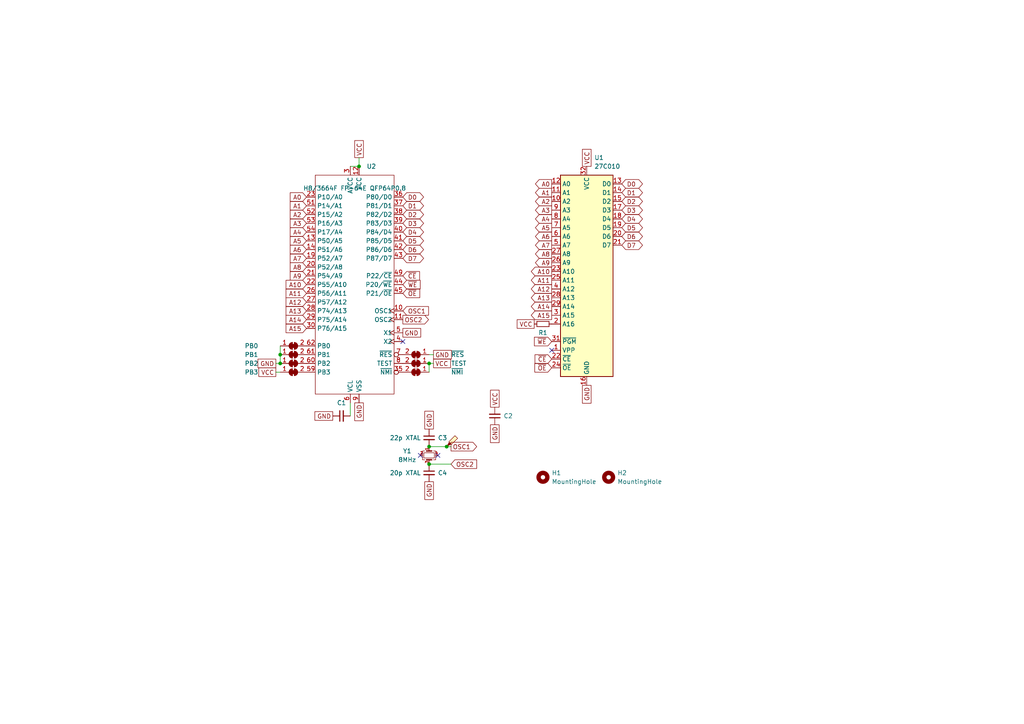
<source format=kicad_sch>
(kicad_sch (version 20230121) (generator eeschema)
  (paper "A4")
  (lib_symbols
    (symbol "Connector:TestPoint_Probe" (pin_numbers hide) (pin_names (offset 0.762) hide)
      (property "Reference" "TP" (at 1.651 5.842 0))
      (property "Value" "TestPoint_Probe" (at 1.651 4.064 0))
      (symbol "TestPoint_Probe_0_1"
        (polyline (pts (xy 1.27 0.762) (xy 0 0) (xy 0.762 1.27) (xy 1.27 0.762)) (fill (type outline)))
        (polyline (pts (xy 1.397 0.635) (xy 0.635 1.397) (xy 2.413 3.175) (xy 3.175 2.413) (xy 1.397 0.635)) (fill (type background)))
      )
      (symbol "TestPoint_Probe_1_1"
        (pin passive line (at 0 0 90) (length 0) (name "1") (number "1"))
      )
    )
    (symbol "Device:C_Small" (pin_numbers hide) (pin_names (offset 0.254) hide)
      (property "Reference" "C" (at 0.254 1.778 0))
      (property "Value" "C_Small" (at 0.254 -2.032 0))
      (symbol "C_Small_0_1"
        (polyline (pts (xy -1.524 -0.508) (xy 1.524 -0.508)) (stroke (width 0.3302)))
        (polyline (pts (xy -1.524 0.508) (xy 1.524 0.508)) (stroke (width 0.3048)))
      )
      (symbol "C_Small_1_1"
        (pin passive line (at 0 2.54 270) (length 2.032) (name "~") (number "1"))
        (pin passive line (at 0 -2.54 90) (length 2.032) (name "~") (number "2"))
      )
    )
    (symbol "Device:Crystal_GND24_Small" (pin_names (offset 1.016) hide)
      (property "Reference" "Y" (at 1.27 4.445 0))
      (property "Value" "Crystal_GND24_Small" (at 1.27 2.54 0))
      (symbol "Crystal_GND24_Small_0_1"
        (rectangle (start -0.762 -1.524) (end 0.762 1.524))
        (polyline (pts (xy -1.27 -0.762) (xy -1.27 0.762)) (stroke (width 0.381)))
        (polyline (pts (xy 1.27 -0.762) (xy 1.27 0.762)) (stroke (width 0.381)))
        (polyline (pts (xy -1.27 -1.27) (xy -1.27 -1.905) (xy 1.27 -1.905) (xy 1.27 -1.27)))
        (polyline (pts (xy -1.27 1.27) (xy -1.27 1.905) (xy 1.27 1.905) (xy 1.27 1.27)))
      )
      (symbol "Crystal_GND24_Small_1_1"
        (pin passive line (at -2.54 0 0) (length 1.27) (name "1") (number "1"))
        (pin passive line (at 0 -2.54 90) (length 0.635) (name "2") (number "2"))
        (pin passive line (at 2.54 0 180) (length 1.27) (name "3") (number "3"))
        (pin passive line (at 0 2.54 270) (length 0.635) (name "4") (number "4"))
      )
    )
    (symbol "Device:R_Small" (pin_numbers hide) (pin_names (offset 0.254) hide)
      (property "Reference" "R" (at 0.762 0.508 0))
      (property "Value" "R_Small" (at 0.762 -1.016 0))
      (symbol "R_Small_0_1"
        (rectangle (start -0.762 1.778) (end 0.762 -1.778) (stroke (width 0.2032)))
      )
      (symbol "R_Small_1_1"
        (pin passive line (at 0 2.54 270) (length 0.762) (name "~") (number "1"))
        (pin passive line (at 0 -2.54 90) (length 0.762) (name "~") (number "2"))
      )
    )
    (symbol "Jumper:SolderJumper_2_Bridged" (pin_names (offset 0) hide)
      (property "Reference" "JP" (at 0 2.032 0))
      (property "Value" "SolderJumper_2_Bridged" (at 0 -2.54 0))
      (symbol "SolderJumper_2_Bridged_0_1"
        (rectangle (start -0.508 0.508) (end 0.508 -0.508) (fill (type outline)))
        (arc (start -0.254 1.016) (mid -1.2656 0) (end -0.254 -1.016))
        (arc (start -0.254 1.016) (mid -1.2656 0) (end -0.254 -1.016) (fill (type outline)))
        (polyline (pts (xy -0.254 1.016) (xy -0.254 -1.016)))
        (polyline (pts (xy 0.254 1.016) (xy 0.254 -1.016)))
        (arc (start 0.254 -1.016) (mid 1.2656 0) (end 0.254 1.016))
        (arc (start 0.254 -1.016) (mid 1.2656 0) (end 0.254 1.016) (fill (type outline)))
      )
      (symbol "SolderJumper_2_Bridged_1_1"
        (pin passive line (at -3.81 0 0) (length 2.54) (name "A") (number "1"))
        (pin passive line (at 3.81 0 180) (length 2.54) (name "B") (number "2"))
      )
    )
    (symbol "Mechanical:MountingHole" (pin_names (offset 1.016))
      (property "Reference" "H" (at 0 5.08 0))
      (property "Value" "MountingHole" (at 0 3.175 0))
      (symbol "MountingHole_0_1"
        (circle (center 0 0) (radius 1.27) (stroke (width 1.27)))
      )
    )
    (symbol "Memory_EPROM:27C010"
      (property "Reference" "U" (at -7.62 29.21 0))
      (property "Value" "27C010" (at 2.54 -31.75 0))
      (symbol "27C010_1_1"
        (rectangle (start -7.62 27.94) (end 7.62 -30.48) (stroke (width 0.254)) (fill (type background)))
        (pin input line (at -10.16 -22.86 0) (length 2.54) (name "VPP") (number "1"))
        (pin input line (at -10.16 20.32 0) (length 2.54) (name "A2") (number "10"))
        (pin input line (at -10.16 22.86 0) (length 2.54) (name "A1") (number "11"))
        (pin input line (at -10.16 25.4 0) (length 2.54) (name "A0") (number "12"))
        (pin tri_state line (at 10.16 25.4 180) (length 2.54) (name "D0") (number "13"))
        (pin tri_state line (at 10.16 22.86 180) (length 2.54) (name "D1") (number "14"))
        (pin tri_state line (at 10.16 20.32 180) (length 2.54) (name "D2") (number "15"))
        (pin power_in line (at 0 -33.02 90) (length 2.54) (name "GND") (number "16"))
        (pin tri_state line (at 10.16 17.78 180) (length 2.54) (name "D3") (number "17"))
        (pin tri_state line (at 10.16 15.24 180) (length 2.54) (name "D4") (number "18"))
        (pin tri_state line (at 10.16 12.7 180) (length 2.54) (name "D5") (number "19"))
        (pin input line (at -10.16 -15.24 0) (length 2.54) (name "A16") (number "2"))
        (pin tri_state line (at 10.16 10.16 180) (length 2.54) (name "D6") (number "20"))
        (pin tri_state line (at 10.16 7.62 180) (length 2.54) (name "D7") (number "21"))
        (pin input line (at -10.16 -25.4 0) (length 2.54) (name "~{CE}") (number "22"))
        (pin input line (at -10.16 0 0) (length 2.54) (name "A10") (number "23"))
        (pin input line (at -10.16 -27.94 0) (length 2.54) (name "~{OE}") (number "24"))
        (pin input line (at -10.16 -2.54 0) (length 2.54) (name "A11") (number "25"))
        (pin input line (at -10.16 2.54 0) (length 2.54) (name "A9") (number "26"))
        (pin input line (at -10.16 5.08 0) (length 2.54) (name "A8") (number "27"))
        (pin input line (at -10.16 -7.62 0) (length 2.54) (name "A13") (number "28"))
        (pin input line (at -10.16 -10.16 0) (length 2.54) (name "A14") (number "29"))
        (pin input line (at -10.16 -12.7 0) (length 2.54) (name "A15") (number "3"))
        (pin input line (at -10.16 -20.32 0) (length 2.54) (name "~{PGM}") (number "31"))
        (pin power_in line (at 0 30.48 270) (length 2.54) (name "VCC") (number "32"))
        (pin input line (at -10.16 -5.08 0) (length 2.54) (name "A12") (number "4"))
        (pin input line (at -10.16 7.62 0) (length 2.54) (name "A7") (number "5"))
        (pin input line (at -10.16 10.16 0) (length 2.54) (name "A6") (number "6"))
        (pin input line (at -10.16 12.7 0) (length 2.54) (name "A5") (number "7"))
        (pin input line (at -10.16 15.24 0) (length 2.54) (name "A4") (number "8"))
        (pin input line (at -10.16 17.78 0) (length 2.54) (name "A3") (number "9"))
      )
    )
    (symbol "h8:H8/3664F_FP-64E"
      (property "Reference" "U" (at 0 10.16 0))
      (symbol "H8/3664F_FP-64E_0_0"
        (pin input clock (at 13.97 -40.64 180) (length 2.54) (name "OSC1") (number "10"))
        (pin output clock (at 13.97 -43.18 180) (length 2.54) (name "OSC2") (number "11"))
        (pin power_in line (at 1.27 1.27 270) (length 2.54) (name "VCC") (number "12"))
        (pin bidirectional line (at -13.97 -20.32 0) (length 2.54) (name "P50/A5") (number "13"))
        (pin bidirectional line (at -13.97 -22.86 0) (length 2.54) (name "P51/A6") (number "14"))
        (pin bidirectional line (at -13.97 -25.4 0) (length 2.54) (name "P52/A7") (number "19"))
        (pin bidirectional line (at -13.97 -27.94 0) (length 2.54) (name "P52/A8") (number "20"))
        (pin bidirectional line (at -13.97 -30.48 0) (length 2.54) (name "P54/A9") (number "21"))
        (pin bidirectional line (at -13.97 -33.02 0) (length 2.54) (name "P55/A10") (number "22"))
        (pin bidirectional line (at -13.97 -7.62 0) (length 2.54) (name "P10/A0") (number "23"))
        (pin bidirectional line (at -13.97 -35.56 0) (length 2.54) (name "P56/A11") (number "26"))
        (pin bidirectional line (at -13.97 -38.1 0) (length 2.54) (name "P57/A12") (number "27"))
        (pin bidirectional line (at -13.97 -40.64 0) (length 2.54) (name "P74/A13") (number "28"))
        (pin bidirectional line (at -13.97 -43.18 0) (length 2.54) (name "P75/A14") (number "29"))
        (pin power_in line (at -1.27 1.27 270) (length 2.54) (name "AVCC") (number "3"))
        (pin bidirectional line (at -13.97 -45.72 0) (length 2.54) (name "P76/A15") (number "30"))
        (pin input inverted (at 13.97 -58.42 180) (length 2.54) (name "~{NMI}") (number "35"))
        (pin bidirectional line (at 13.97 -7.62 180) (length 2.54) (name "P80/D0") (number "36"))
        (pin bidirectional line (at 13.97 -10.16 180) (length 2.54) (name "P81/D1") (number "37"))
        (pin bidirectional line (at 13.97 -12.7 180) (length 2.54) (name "P82/D2") (number "38"))
        (pin bidirectional line (at 13.97 -15.24 180) (length 2.54) (name "P83/D3") (number "39"))
        (pin bidirectional line (at 13.97 -17.78 180) (length 2.54) (name "P84/D4") (number "40"))
        (pin bidirectional line (at 13.97 -20.32 180) (length 2.54) (name "P85/D5") (number "41"))
        (pin bidirectional line (at 13.97 -22.86 180) (length 2.54) (name "P86/D6") (number "42"))
        (pin bidirectional line (at 13.97 -25.4 180) (length 2.54) (name "P87/D7") (number "43"))
        (pin bidirectional line (at 13.97 -33.02 180) (length 2.54) (name "P20/~{WE}") (number "44"))
        (pin bidirectional line (at 13.97 -35.56 180) (length 2.54) (name "P21/~{OE}") (number "45"))
        (pin bidirectional line (at 13.97 -30.48 180) (length 2.54) (name "P22/~{CE}") (number "49"))
        (pin bidirectional line (at -13.97 -10.16 0) (length 2.54) (name "P14/A1") (number "51"))
        (pin bidirectional line (at -13.97 -12.7 0) (length 2.54) (name "P15/A2") (number "52"))
        (pin bidirectional line (at -13.97 -15.24 0) (length 2.54) (name "P16/A3") (number "53"))
        (pin bidirectional line (at -13.97 -17.78 0) (length 2.54) (name "P17/A4") (number "54"))
        (pin bidirectional line (at -13.97 -58.42 0) (length 2.54) (name "PB3") (number "59"))
        (pin power_in line (at -1.27 -67.31 90) (length 2.54) (name "VCL") (number "6"))
        (pin bidirectional line (at -13.97 -55.88 0) (length 2.54) (name "PB2") (number "60"))
        (pin bidirectional line (at -13.97 -53.34 0) (length 2.54) (name "PB1") (number "61"))
        (pin bidirectional line (at -13.97 -50.8 0) (length 2.54) (name "PB0") (number "62"))
        (pin input inverted (at 13.97 -53.34 180) (length 2.54) (name "~{RES}") (number "7"))
        (pin bidirectional line (at 13.97 -55.88 180) (length 2.54) (name "TEST") (number "8"))
        (pin power_in line (at 1.27 -67.31 90) (length 2.54) (name "VSS") (number "9"))
      )
      (symbol "H8/3664F_FP-64E_0_1"
        (rectangle (start -11.43 -1.27) (end 11.43 -64.77))
      )
      (symbol "H8/3664F_FP-64E_1_0"
        (pin output clock (at 13.97 -49.53 180) (length 2.54) (name "X2") (number "4"))
        (pin input clock (at 13.97 -46.99 180) (length 2.54) (name "X1") (number "5"))
      )
    )
  )
  (junction (at 81.28 105.41))
  (junction (at 81.28 102.87))
  (junction (at 124.46 129.54))
  (junction (at 124.46 134.62))
  (junction (at 124.46 105.41))
  (junction (at 129.54 129.54))
  (junction (at 104.14 48.26))
  (no_connect (at 127 132.08))
  (no_connect (at 121.92 132.08))
  (no_connect (at 160.02 101.6))
  (no_connect (at 116.84 99.06))
  (wire (pts (xy 104.14 45.72) (xy 104.14 48.26)))
  (wire (pts (xy 125.73 102.87) (xy 124.46 102.87)))
  (wire (pts (xy 124.46 134.62) (xy 130.81 134.62)))
  (wire (pts (xy 101.6 116.84) (xy 101.6 120.65)))
  (wire (pts (xy 124.46 105.41) (xy 125.73 105.41)))
  (wire (pts (xy 124.46 105.41) (xy 124.46 107.95)))
  (wire (pts (xy 81.28 102.87) (xy 81.28 105.41)))
  (wire (pts (xy 81.28 100.33) (xy 81.28 102.87)))
  (wire (pts (xy 101.6 48.26) (xy 104.14 48.26)))
  (wire (pts (xy 80.01 105.41) (xy 81.28 105.41)))
  (wire (pts (xy 129.54 129.54) (xy 130.81 129.54)))
  (wire (pts (xy 124.46 129.54) (xy 129.54 129.54)))
  (wire (pts (xy 80.01 107.95) (xy 81.28 107.95)))
  (global_label "GND" (shape passive) (at 170.18 111.76 270) (property "Intersheetrefs" "${INTERSHEET_REFS}" (effects hide)) (property "Netclass" "PWR" (effects hide)))
  (global_label "A5" (shape input) (at 88.9 69.85 180) (property "Intersheetrefs" "${INTERSHEET_REFS}" (effects hide)))
  (global_label "D5" (shape bidirectional) (at 180.34 66.04 0) (property "Intersheetrefs" "${INTERSHEET_REFS}" (effects hide)))
  (global_label "A2" (shape output) (at 160.02 58.42 180) (property "Intersheetrefs" "${INTERSHEET_REFS}" (effects hide)))
  (global_label "GND" (shape passive) (at 125.73 102.87 0) (property "Intersheetrefs" "${INTERSHEET_REFS}" (effects hide)) (property "Netclass" "PWR" (effects hide)))
  (global_label "VCC" (shape passive) (at 80.01 107.95 180) (property "Intersheetrefs" "${INTERSHEET_REFS}" (effects hide)) (property "Netclass" "PWR" (effects hide)))
  (global_label "A9" (shape output) (at 160.02 76.2 180) (property "Intersheetrefs" "${INTERSHEET_REFS}" (effects hide)))
  (global_label "OSC1" (shape input) (at 116.84 90.17 0) (property "Intersheetrefs" "${INTERSHEET_REFS}" (effects hide)))
  (global_label "D7" (shape bidirectional) (at 116.84 74.93 0) (property "Intersheetrefs" "${INTERSHEET_REFS}" (effects hide)))
  (global_label "OSC2" (shape input) (at 130.81 134.62 0) (property "Intersheetrefs" "${INTERSHEET_REFS}" (effects hide)))
  (global_label "A12" (shape input) (at 88.9 87.63 180) (property "Intersheetrefs" "${INTERSHEET_REFS}" (effects hide)))
  (global_label "D1" (shape bidirectional) (at 180.34 55.88 0) (property "Intersheetrefs" "${INTERSHEET_REFS}" (effects hide)))
  (global_label "~{CE}" (shape input) (at 116.84 80.01 0) (property "Intersheetrefs" "${INTERSHEET_REFS}" (effects hide)))
  (global_label "VCC" (shape passive) (at 125.73 105.41 0) (property "Intersheetrefs" "${INTERSHEET_REFS}" (effects hide)) (property "Netclass" "PWR" (effects hide)))
  (global_label "A14" (shape input) (at 88.9 92.71 180) (property "Intersheetrefs" "${INTERSHEET_REFS}" (effects hide)))
  (global_label "A7" (shape input) (at 88.9 74.93 180) (property "Intersheetrefs" "${INTERSHEET_REFS}" (effects hide)))
  (global_label "VCC" (shape passive) (at 143.51 118.11 90) (property "Intersheetrefs" "${INTERSHEET_REFS}" (effects hide)) (property "Netclass" "PWR" (effects hide)))
  (global_label "D6" (shape bidirectional) (at 116.84 72.39 0) (property "Intersheetrefs" "${INTERSHEET_REFS}" (effects hide)))
  (global_label "A15" (shape output) (at 160.02 91.44 180) (property "Intersheetrefs" "${INTERSHEET_REFS}" (effects hide)))
  (global_label "D4" (shape bidirectional) (at 180.34 63.5 0) (property "Intersheetrefs" "${INTERSHEET_REFS}" (effects hide)))
  (global_label "A1" (shape output) (at 160.02 55.88 180) (property "Intersheetrefs" "${INTERSHEET_REFS}" (effects hide)))
  (global_label "A13" (shape input) (at 88.9 90.17 180) (property "Intersheetrefs" "${INTERSHEET_REFS}" (effects hide)))
  (global_label "A8" (shape output) (at 160.02 73.66 180) (property "Intersheetrefs" "${INTERSHEET_REFS}" (effects hide)))
  (global_label "VCC" (shape passive) (at 154.94 93.98 180) (property "Intersheetrefs" "${INTERSHEET_REFS}" (effects hide)))
  (global_label "A8" (shape input) (at 88.9 77.47 180) (property "Intersheetrefs" "${INTERSHEET_REFS}" (effects hide)))
  (global_label "D3" (shape bidirectional) (at 180.34 60.96 0) (property "Intersheetrefs" "${INTERSHEET_REFS}" (effects hide)))
  (global_label "A0" (shape input) (at 88.9 57.15 180) (property "Intersheetrefs" "${INTERSHEET_REFS}" (effects hide)))
  (global_label "A6" (shape input) (at 88.9 72.39 180) (property "Intersheetrefs" "${INTERSHEET_REFS}" (effects hide)))
  (global_label "D0" (shape bidirectional) (at 180.34 53.34 0) (property "Intersheetrefs" "${INTERSHEET_REFS}" (effects hide)))
  (global_label "VCC" (shape passive) (at 170.18 48.26 90) (property "Intersheetrefs" "${INTERSHEET_REFS}" (effects hide)) (property "Netclass" "PWR" (effects hide)))
  (global_label "A10" (shape input) (at 88.9 82.55 180) (property "Intersheetrefs" "${INTERSHEET_REFS}" (effects hide)))
  (global_label "A15" (shape input) (at 88.9 95.25 180) (property "Intersheetrefs" "${INTERSHEET_REFS}" (effects hide)))
  (global_label "GND" (shape passive) (at 124.46 124.46 90) (property "Intersheetrefs" "${INTERSHEET_REFS}" (effects hide)))
  (global_label "A4" (shape input) (at 88.9 67.31 180) (property "Intersheetrefs" "${INTERSHEET_REFS}" (effects hide)))
  (global_label "D1" (shape bidirectional) (at 116.84 59.69 0) (property "Intersheetrefs" "${INTERSHEET_REFS}" (effects hide)))
  (global_label "A6" (shape output) (at 160.02 68.58 180) (property "Intersheetrefs" "${INTERSHEET_REFS}" (effects hide)))
  (global_label "D2" (shape bidirectional) (at 116.84 62.23 0) (property "Intersheetrefs" "${INTERSHEET_REFS}" (effects hide)))
  (global_label "D3" (shape bidirectional) (at 116.84 64.77 0) (property "Intersheetrefs" "${INTERSHEET_REFS}" (effects hide)))
  (global_label "A5" (shape output) (at 160.02 66.04 180) (property "Intersheetrefs" "${INTERSHEET_REFS}" (effects hide)))
  (global_label "OSC2" (shape output) (at 116.84 92.71 0) (property "Intersheetrefs" "${INTERSHEET_REFS}" (effects hide)))
  (global_label "OSC1" (shape output) (at 130.81 129.54 0) (property "Intersheetrefs" "${INTERSHEET_REFS}" (effects hide)))
  (global_label "A1" (shape input) (at 88.9 59.69 180) (property "Intersheetrefs" "${INTERSHEET_REFS}" (effects hide)))
  (global_label "A11" (shape output) (at 160.02 81.28 180) (property "Intersheetrefs" "${INTERSHEET_REFS}" (effects hide)))
  (global_label "D0" (shape bidirectional) (at 116.84 57.15 0) (property "Intersheetrefs" "${INTERSHEET_REFS}" (effects hide)))
  (global_label "A3" (shape output) (at 160.02 60.96 180) (property "Intersheetrefs" "${INTERSHEET_REFS}" (effects hide)))
  (global_label "GND" (shape passive) (at 116.84 96.52 0) (property "Intersheetrefs" "${INTERSHEET_REFS}" (effects hide)) (property "Netclass" "PWR" (effects hide)))
  (global_label "A2" (shape input) (at 88.9 62.23 180) (property "Intersheetrefs" "${INTERSHEET_REFS}" (effects hide)))
  (global_label "D5" (shape bidirectional) (at 116.84 69.85 0) (property "Intersheetrefs" "${INTERSHEET_REFS}" (effects hide)))
  (global_label "A3" (shape input) (at 88.9 64.77 180) (property "Intersheetrefs" "${INTERSHEET_REFS}" (effects hide)))
  (global_label "D6" (shape bidirectional) (at 180.34 68.58 0) (property "Intersheetrefs" "${INTERSHEET_REFS}" (effects hide)))
  (global_label "A0" (shape output) (at 160.02 53.34 180) (property "Intersheetrefs" "${INTERSHEET_REFS}" (effects hide)))
  (global_label "GND" (shape passive) (at 104.14 116.84 270) (property "Intersheetrefs" "${INTERSHEET_REFS}" (effects hide)) (property "Netclass" "PWR" (effects hide)))
  (global_label "A13" (shape output) (at 160.02 86.36 180) (property "Intersheetrefs" "${INTERSHEET_REFS}" (effects hide)))
  (global_label "A9" (shape input) (at 88.9 80.01 180) (property "Intersheetrefs" "${INTERSHEET_REFS}" (effects hide)))
  (global_label "GND" (shape passive) (at 96.52 120.65 180) (property "Intersheetrefs" "${INTERSHEET_REFS}" (effects hide)) (property "Netclass" "PWR" (effects hide)))
  (global_label "~{OE}" (shape input) (at 160.02 106.68 180) (property "Intersheetrefs" "${INTERSHEET_REFS}" (effects hide)))
  (global_label "A10" (shape output) (at 160.02 78.74 180) (property "Intersheetrefs" "${INTERSHEET_REFS}" (effects hide)))
  (global_label "GND" (shape passive) (at 143.51 123.19 270) (property "Intersheetrefs" "${INTERSHEET_REFS}" (effects hide)) (property "Netclass" "PWR" (effects hide)))
  (global_label "A14" (shape output) (at 160.02 88.9 180) (property "Intersheetrefs" "${INTERSHEET_REFS}" (effects hide)))
  (global_label "D4" (shape bidirectional) (at 116.84 67.31 0) (property "Intersheetrefs" "${INTERSHEET_REFS}" (effects hide)))
  (global_label "A4" (shape output) (at 160.02 63.5 180) (property "Intersheetrefs" "${INTERSHEET_REFS}" (effects hide)))
  (global_label "VCC" (shape passive) (at 104.14 45.72 90) (property "Intersheetrefs" "${INTERSHEET_REFS}" (effects hide)) (property "Netclass" "PWR" (effects hide)))
  (global_label "A11" (shape input) (at 88.9 85.09 180) (property "Intersheetrefs" "${INTERSHEET_REFS}" (effects hide)))
  (global_label "D2" (shape bidirectional) (at 180.34 58.42 0) (property "Intersheetrefs" "${INTERSHEET_REFS}" (effects hide)))
  (global_label "~{WE}" (shape input) (at 160.02 99.06 180) (property "Intersheetrefs" "${INTERSHEET_REFS}" (effects hide)))
  (global_label "GND" (shape passive) (at 124.46 139.7 270) (property "Intersheetrefs" "${INTERSHEET_REFS}" (effects hide)))
  (global_label "A12" (shape output) (at 160.02 83.82 180) (property "Intersheetrefs" "${INTERSHEET_REFS}" (effects hide)))
  (global_label "A7" (shape output) (at 160.02 71.12 180) (property "Intersheetrefs" "${INTERSHEET_REFS}" (effects hide)))
  (global_label "~{WE}" (shape input) (at 116.84 82.55 0) (property "Intersheetrefs" "${INTERSHEET_REFS}" (effects hide)))
  (global_label "~{OE}" (shape input) (at 116.84 85.09 0) (property "Intersheetrefs" "${INTERSHEET_REFS}" (effects hide)))
  (global_label "GND" (shape passive) (at 80.01 105.41 180) (property "Intersheetrefs" "${INTERSHEET_REFS}" (effects hide)) (property "Netclass" "PWR" (effects hide)))
  (global_label "~{CE}" (shape input) (at 160.02 104.14 180) (property "Intersheetrefs" "${INTERSHEET_REFS}" (effects hide)))
  (global_label "D7" (shape bidirectional) (at 180.34 71.12 0) (property "Intersheetrefs" "${INTERSHEET_REFS}" (effects hide)))
  (symbol (lib_id "Jumper:SolderJumper_2_Bridged") (at 85.09 100.33 0) (unit 1)
    (property "Reference" "JP4" (effects hide))
    (property "Value" "PB0" (at 74.93 100.33 0) (effects (justify right)))
    (property "Footprint" "Jumper:SolderJumper-2_P1.3mm_Bridged_RoundedPad1.0x1.5mm" (effects hide))
  )
  (symbol (lib_id "Device:Crystal_GND24_Small") (at 124.46 132.08 270) (unit 1)
    (property "Reference" "Y1" (at 118.11 130.81 90))
    (property "Value" "8MHz" (at 118.11 133.35 90))
    (property "Footprint" "Crystal:Crystal_SMD_5032-4Pin_5.0x3.2mm" (effects hide))
    (property "Description" "8MHz Crystal ±20ppm" (effects hide))
  )
  (symbol (lib_id "Jumper:SolderJumper_2_Bridged") (at 85.09 102.87 0) (unit 1)
    (property "Reference" "JP3" (effects hide))
    (property "Value" "PB1" (at 74.93 102.87 0) (effects (justify right)))
    (property "Footprint" "Jumper:SolderJumper-2_P1.3mm_Bridged_RoundedPad1.0x1.5mm" (effects hide))
  )
  (symbol (lib_id "Jumper:SolderJumper_2_Bridged") (at 120.65 102.87 180) (unit 1)
    (property "Reference" "JP5" (effects hide))
    (property "Value" "~{RES}" (at 130.81 102.87 0) (effects (justify right)))
    (property "Footprint" "Jumper:SolderJumper-2_P1.3mm_Bridged_RoundedPad1.0x1.5mm" (effects hide))
  )
  (symbol (lib_id "Device:C_Small") (at 124.46 127 0) (unit 1)
    (property "Reference" "C3" (at 127 127 0) (effects (justify left)))
    (property "Value" "22p XTAL" (at 113.03 127 0) (effects (justify left)))
    (property "Footprint" "Capacitor_SMD:C_0805_2012Metric_Pad1.18x1.45mm_HandSolder" (effects hide))
    (property "Manufacturer_Part_Number" "C0805C220J1GACTU" (effects hide))
  )
  (symbol (lib_id "Mechanical:MountingHole") (at 157.48 138.43 0) (unit 1)
    (property "Reference" "H1" (at 160.02 137.16 0) (effects (justify left)))
    (property "Value" "MountingHole" (at 160.02 139.7 0) (effects (justify left)))
    (property "Footprint" "MountingHole:MountingHole_2.7mm_M2.5_DIN965" (effects hide))
  )
  (symbol (lib_id "Device:C_Small") (at 99.06 120.65 90) (unit 1)
    (property "Reference" "C1" (at 99.0663 116.84 90))
    (property "Value" "1uF PWR" (effects hide))
    (property "Footprint" "Capacitor_SMD:C_1206_3216Metric_Pad1.33x1.80mm_HandSolder" (effects hide))
    (property "Mouser Part Number" "80-C1206X104G4HACTU" (effects hide))
  )
  (symbol (lib_id "Memory_EPROM:27C010") (at 170.18 78.74 0) (unit 1)
    (property "Reference" "U1" (at 172.3741 45.72 0) (effects (justify left)))
    (property "Value" "27C010" (at 172.3741 48.26 0) (effects (justify left)))
    (property "Footprint" "Package_DIP:DIP-32_W7.62mm" (effects hide))
    (property "Datasheet" "http://ww1.microchip.com/downloads/en/DeviceDoc/doc0321.pdf" (effects hide))
  )
  (symbol (lib_id "Device:C_Small") (at 124.46 137.16 0) (unit 1)
    (property "Reference" "C4" (at 127 137.16 0) (effects (justify left)))
    (property "Value" "20p XTAL" (at 113.03 137.16 0) (effects (justify left)))
    (property "Footprint" "Capacitor_SMD:C_0805_2012Metric_Pad1.18x1.45mm_HandSolder" (effects hide))
    (property "Manufacturer_Part_Number" "C0805C220J1GACTU" (effects hide))
  )
  (symbol (lib_id "Device:R_Small") (at 157.48 93.98 270) (unit 1)
    (property "Reference" "R1" (at 157.48 96.52 90))
    (property "Value" "A16" (effects hide))
    (property "Footprint" "Resistor_SMD:R_1206_3216Metric_Pad1.30x1.75mm_HandSolder" (effects hide))
    (property "Description" "1206 SMD 20 Kohms" (effects hide))
    (property "Mouser Part Number" "71-RCC120620K0FKEA" (effects hide))
  )
  (symbol (lib_id "Jumper:SolderJumper_2_Bridged") (at 120.65 105.41 180) (unit 1)
    (property "Reference" "JP6" (effects hide))
    (property "Value" "TEST" (at 130.81 105.41 0) (effects (justify right)))
    (property "Footprint" "Jumper:SolderJumper-2_P1.3mm_Bridged_RoundedPad1.0x1.5mm" (effects hide))
  )
  (symbol (lib_id "Jumper:SolderJumper_2_Bridged") (at 85.09 105.41 0) (unit 1)
    (property "Reference" "JP2" (effects hide))
    (property "Value" "PB2" (at 74.93 105.41 0) (effects (justify right)))
    (property "Footprint" "Jumper:SolderJumper-2_P1.3mm_Bridged_RoundedPad1.0x1.5mm" (effects hide))
  )
  (symbol (lib_id "Jumper:SolderJumper_2_Bridged") (at 120.65 107.95 180) (unit 1)
    (property "Reference" "JP7" (effects hide))
    (property "Value" "~{NMI}" (at 130.81 107.95 0) (effects (justify right)))
    (property "Footprint" "Jumper:SolderJumper-2_P1.3mm_Bridged_RoundedPad1.0x1.5mm" (effects hide))
  )
  (symbol (lib_id "Mechanical:MountingHole") (at 176.53 138.43 0) (unit 1)
    (property "Reference" "H2" (at 179.07 137.16 0) (effects (justify left)))
    (property "Value" "MountingHole" (at 179.07 139.7 0) (effects (justify left)))
    (property "Footprint" "MountingHole:MountingHole_2.7mm_M2.5_DIN965" (effects hide))
  )
  (symbol (lib_id "h8:H8/3664F_FP-64E") (at 102.87 49.53 0) (unit 1)
    (property "Reference" "U2" (at 106.3341 48.26 0) (effects (justify left)))
    (property "Value" "H8/3664F FP-64E QFP64P0.8" (at 102.87 54.61 0))
    (property "Footprint" "Package_QFP:TQFP-64_14x14mm_P0.8mm" (effects hide))
  )
  (symbol (lib_id "Connector:TestPoint_Probe") (at 129.54 129.54 0) (unit 1) (in_bom no)
    (property "Reference" "TP1" (effects hide))
    (property "Value" "XTAL" (effects hide))
    (property "Footprint" "TestPoint:TestPoint_Pad_1.0x1.0mm" (effects hide))
  )
  (symbol (lib_id "Jumper:SolderJumper_2_Bridged") (at 85.09 107.95 0) (unit 1)
    (property "Reference" "JP1" (effects hide))
    (property "Value" "PB3" (at 74.93 107.95 0) (effects (justify right)))
    (property "Footprint" "Jumper:SolderJumper-2_P1.3mm_Bridged_RoundedPad1.0x1.5mm" (effects hide))
  )
  (symbol (lib_id "Device:C_Small") (at 143.51 120.65 180) (unit 1)
    (property "Reference" "C2" (at 146.05 120.6436 0) (effects (justify right)))
    (property "Value" "1uF PWR" (effects hide))
    (property "Footprint" "Capacitor_SMD:C_1206_3216Metric_Pad1.33x1.80mm_HandSolder" (effects hide))
    (property "Mouser Part Number" "80-C1206X104G4HACTU" (effects hide))
  )
)
</source>
